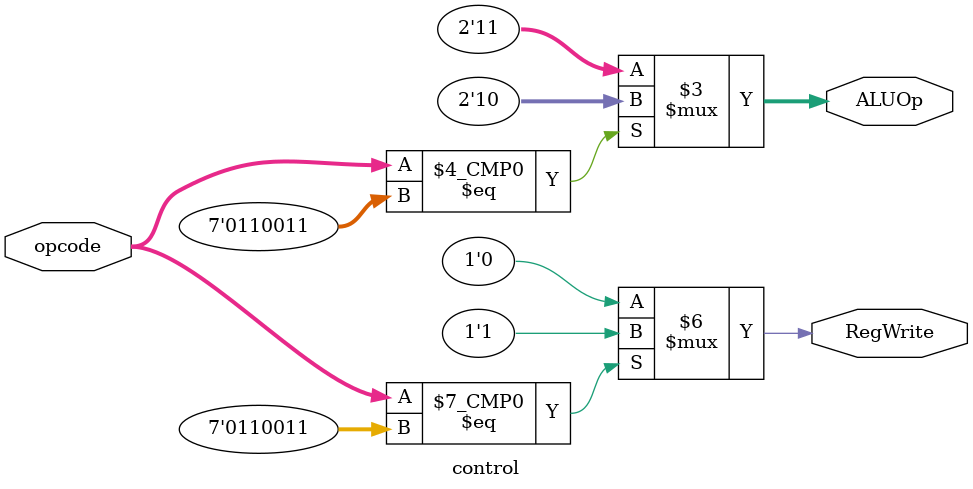
<source format=v>
module control (
    input  [6:0] opcode,
    output reg       RegWrite,
    output reg [1:0] ALUOp
);

    // === Constants ===
    localparam ALUOP_INVALID = 2'b11;
    localparam ALUOP_RTYPE   = 2'b10;
    localparam OPCODE_RTYPE  = 7'b0110011;

    always @(*) begin
        // Default values (safe fallback)
        RegWrite  = 0;
        ALUOp     = ALUOP_INVALID;

        case (opcode)
            OPCODE_RTYPE: begin
                RegWrite  = 1;
                ALUOp     = ALUOP_RTYPE;
            end

            default: begin
                // Already set to safe fallback
            end
        endcase
    end

endmodule

</source>
